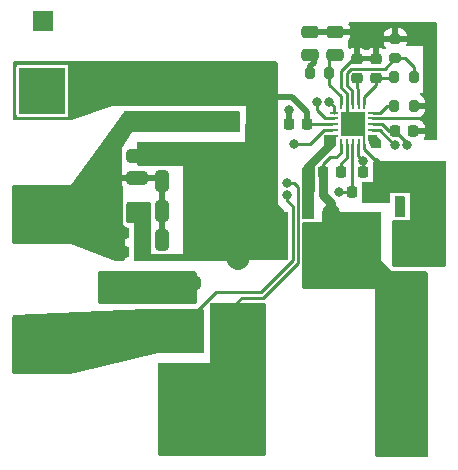
<source format=gtl>
G04 #@! TF.GenerationSoftware,KiCad,Pcbnew,(6.0.5)*
G04 #@! TF.CreationDate,2023-03-06T18:52:59-08:00*
G04 #@! TF.ProjectId,12V_Converter_LM5152x-Q1,3132565f-436f-46e7-9665-727465725f4c,rev?*
G04 #@! TF.SameCoordinates,Original*
G04 #@! TF.FileFunction,Copper,L1,Top*
G04 #@! TF.FilePolarity,Positive*
%FSLAX46Y46*%
G04 Gerber Fmt 4.6, Leading zero omitted, Abs format (unit mm)*
G04 Created by KiCad (PCBNEW (6.0.5)) date 2023-03-06 18:52:59*
%MOMM*%
%LPD*%
G01*
G04 APERTURE LIST*
G04 Aperture macros list*
%AMRoundRect*
0 Rectangle with rounded corners*
0 $1 Rounding radius*
0 $2 $3 $4 $5 $6 $7 $8 $9 X,Y pos of 4 corners*
0 Add a 4 corners polygon primitive as box body*
4,1,4,$2,$3,$4,$5,$6,$7,$8,$9,$2,$3,0*
0 Add four circle primitives for the rounded corners*
1,1,$1+$1,$2,$3*
1,1,$1+$1,$4,$5*
1,1,$1+$1,$6,$7*
1,1,$1+$1,$8,$9*
0 Add four rect primitives between the rounded corners*
20,1,$1+$1,$2,$3,$4,$5,0*
20,1,$1+$1,$4,$5,$6,$7,0*
20,1,$1+$1,$6,$7,$8,$9,0*
20,1,$1+$1,$8,$9,$2,$3,0*%
G04 Aperture macros list end*
G04 #@! TA.AperFunction,EtchedComponent*
%ADD10C,0.100000*%
G04 #@! TD*
G04 #@! TA.AperFunction,ComponentPad*
%ADD11R,1.700000X1.700000*%
G04 #@! TD*
G04 #@! TA.AperFunction,SMDPad,CuDef*
%ADD12RoundRect,0.250000X0.650000X-0.325000X0.650000X0.325000X-0.650000X0.325000X-0.650000X-0.325000X0*%
G04 #@! TD*
G04 #@! TA.AperFunction,SMDPad,CuDef*
%ADD13RoundRect,0.225000X-0.225000X-0.250000X0.225000X-0.250000X0.225000X0.250000X-0.225000X0.250000X0*%
G04 #@! TD*
G04 #@! TA.AperFunction,SMDPad,CuDef*
%ADD14RoundRect,0.225000X-0.250000X0.225000X-0.250000X-0.225000X0.250000X-0.225000X0.250000X0.225000X0*%
G04 #@! TD*
G04 #@! TA.AperFunction,SMDPad,CuDef*
%ADD15RoundRect,0.250000X-0.650000X0.325000X-0.650000X-0.325000X0.650000X-0.325000X0.650000X0.325000X0*%
G04 #@! TD*
G04 #@! TA.AperFunction,SMDPad,CuDef*
%ADD16RoundRect,0.200000X0.275000X-0.200000X0.275000X0.200000X-0.275000X0.200000X-0.275000X-0.200000X0*%
G04 #@! TD*
G04 #@! TA.AperFunction,SMDPad,CuDef*
%ADD17RoundRect,0.250000X-1.425000X0.362500X-1.425000X-0.362500X1.425000X-0.362500X1.425000X0.362500X0*%
G04 #@! TD*
G04 #@! TA.AperFunction,SMDPad,CuDef*
%ADD18R,4.000000X4.000000*%
G04 #@! TD*
G04 #@! TA.AperFunction,SMDPad,CuDef*
%ADD19R,0.700000X0.240000*%
G04 #@! TD*
G04 #@! TA.AperFunction,SMDPad,CuDef*
%ADD20R,0.240000X0.700000*%
G04 #@! TD*
G04 #@! TA.AperFunction,SMDPad,CuDef*
%ADD21R,0.700000X0.239283*%
G04 #@! TD*
G04 #@! TA.AperFunction,SMDPad,CuDef*
%ADD22R,2.050000X2.050000*%
G04 #@! TD*
G04 #@! TA.AperFunction,SMDPad,CuDef*
%ADD23RoundRect,0.225000X0.225000X0.250000X-0.225000X0.250000X-0.225000X-0.250000X0.225000X-0.250000X0*%
G04 #@! TD*
G04 #@! TA.AperFunction,SMDPad,CuDef*
%ADD24R,0.711200X0.508000*%
G04 #@! TD*
G04 #@! TA.AperFunction,SMDPad,CuDef*
%ADD25RoundRect,0.200000X0.200000X0.275000X-0.200000X0.275000X-0.200000X-0.275000X0.200000X-0.275000X0*%
G04 #@! TD*
G04 #@! TA.AperFunction,SMDPad,CuDef*
%ADD26RoundRect,0.250000X-0.475000X0.250000X-0.475000X-0.250000X0.475000X-0.250000X0.475000X0.250000X0*%
G04 #@! TD*
G04 #@! TA.AperFunction,SMDPad,CuDef*
%ADD27R,3.759200X12.293600*%
G04 #@! TD*
G04 #@! TA.AperFunction,SMDPad,CuDef*
%ADD28RoundRect,0.200000X-0.200000X-0.275000X0.200000X-0.275000X0.200000X0.275000X-0.200000X0.275000X0*%
G04 #@! TD*
G04 #@! TA.AperFunction,SMDPad,CuDef*
%ADD29RoundRect,0.250000X-0.325000X-0.650000X0.325000X-0.650000X0.325000X0.650000X-0.325000X0.650000X0*%
G04 #@! TD*
G04 #@! TA.AperFunction,ViaPad*
%ADD30C,0.800000*%
G04 #@! TD*
G04 #@! TA.AperFunction,ViaPad*
%ADD31C,0.600000*%
G04 #@! TD*
G04 #@! TA.AperFunction,Conductor*
%ADD32C,0.250000*%
G04 #@! TD*
G04 #@! TA.AperFunction,Conductor*
%ADD33C,0.500000*%
G04 #@! TD*
G04 #@! TA.AperFunction,Conductor*
%ADD34C,2.000000*%
G04 #@! TD*
G04 #@! TA.AperFunction,Conductor*
%ADD35C,0.200000*%
G04 #@! TD*
G04 #@! TA.AperFunction,Conductor*
%ADD36C,0.750000*%
G04 #@! TD*
G04 #@! TA.AperFunction,Conductor*
%ADD37C,1.500000*%
G04 #@! TD*
G04 APERTURE END LIST*
G36*
X91577998Y-106908600D02*
G01*
X95413398Y-106908600D01*
X95413398Y-110896400D01*
X91577998Y-110896400D01*
X91578001Y-111061500D01*
X90866801Y-111061500D01*
X90866801Y-110553500D01*
X91578001Y-110553500D01*
X91578001Y-109791500D01*
X90866801Y-109791500D01*
X90866801Y-109283500D01*
X91578001Y-109283500D01*
X91578001Y-108521500D01*
X90866801Y-108521500D01*
X90866801Y-108013500D01*
X91578001Y-108013500D01*
X91578001Y-107251500D01*
X90866801Y-107251500D01*
X90866801Y-106743500D01*
X91578001Y-106743500D01*
X91577998Y-106908600D01*
G37*
D10*
X91577998Y-106908600D02*
X95413398Y-106908600D01*
X95413398Y-110896400D01*
X91577998Y-110896400D01*
X91578001Y-111061500D01*
X90866801Y-111061500D01*
X90866801Y-110553500D01*
X91578001Y-110553500D01*
X91578001Y-109791500D01*
X90866801Y-109791500D01*
X90866801Y-109283500D01*
X91578001Y-109283500D01*
X91578001Y-108521500D01*
X90866801Y-108521500D01*
X90866801Y-108013500D01*
X91578001Y-108013500D01*
X91578001Y-107251500D01*
X90866801Y-107251500D01*
X90866801Y-106743500D01*
X91578001Y-106743500D01*
X91577998Y-106908600D01*
G36*
X99451998Y-106914950D02*
G01*
X103287398Y-106914950D01*
X103287398Y-110902750D01*
X99451998Y-110902750D01*
X99452001Y-111067850D01*
X98740801Y-111067850D01*
X98740801Y-110559850D01*
X99452001Y-110559850D01*
X99452001Y-109797850D01*
X98740801Y-109797850D01*
X98740801Y-109289850D01*
X99452001Y-109289850D01*
X99452001Y-108527850D01*
X98740801Y-108527850D01*
X98740801Y-108019850D01*
X99452001Y-108019850D01*
X99452001Y-107257850D01*
X98740801Y-107257850D01*
X98740801Y-106749850D01*
X99452001Y-106749850D01*
X99451998Y-106914950D01*
G37*
X99451998Y-106914950D02*
X103287398Y-106914950D01*
X103287398Y-110902750D01*
X99451998Y-110902750D01*
X99452001Y-111067850D01*
X98740801Y-111067850D01*
X98740801Y-110559850D01*
X99452001Y-110559850D01*
X99452001Y-109797850D01*
X98740801Y-109797850D01*
X98740801Y-109289850D01*
X99452001Y-109289850D01*
X99452001Y-108527850D01*
X98740801Y-108527850D01*
X98740801Y-108019850D01*
X99452001Y-108019850D01*
X99452001Y-107257850D01*
X98740801Y-107257850D01*
X98740801Y-106749850D01*
X99452001Y-106749850D01*
X99451998Y-106914950D01*
D11*
X74726800Y-90728800D03*
D12*
X84632800Y-115870250D03*
X84632800Y-112920250D03*
D13*
X95541800Y-99466400D03*
X97091800Y-99466400D03*
D14*
X102920800Y-93967000D03*
X102920800Y-95517000D03*
D15*
X87731600Y-99153450D03*
X87731600Y-102103450D03*
D16*
X104546400Y-93890600D03*
X104546400Y-92240600D03*
D13*
X81571800Y-110286800D03*
X83121800Y-110286800D03*
D15*
X85191600Y-99153450D03*
X85191600Y-102103450D03*
D17*
X86461600Y-117833550D03*
X86461600Y-123758550D03*
D18*
X74625200Y-118110000D03*
D19*
X99339600Y-98466399D03*
X99339600Y-98966401D03*
X99339600Y-99466400D03*
X99339600Y-99966402D03*
X99339600Y-100466401D03*
D20*
X99939599Y-101066400D03*
X100439601Y-101066400D03*
X100939600Y-101066400D03*
X101439602Y-101066400D03*
X101939601Y-101066400D03*
D21*
X102539600Y-100466400D03*
X102539600Y-99966400D03*
D19*
X102539600Y-99466400D03*
X102539600Y-98966400D03*
X102539600Y-98466399D03*
D20*
X101939600Y-97866400D03*
X101439600Y-97866400D03*
X100939600Y-97866400D03*
X100439600Y-97866400D03*
X99939599Y-97866400D03*
D22*
X100939600Y-99466400D03*
D23*
X99987400Y-103530400D03*
X98437400Y-103530400D03*
D24*
X97042399Y-110807500D03*
X97042399Y-109537500D03*
X97042399Y-108267500D03*
X97042399Y-106997500D03*
X91222401Y-106997500D03*
X91222401Y-108267500D03*
X91222401Y-109537500D03*
X91222401Y-110807500D03*
D18*
X74625200Y-107086400D03*
D25*
X106133400Y-97891600D03*
X104483400Y-97891600D03*
D24*
X104916399Y-110813850D03*
X104916399Y-109543850D03*
X104916399Y-108273850D03*
X104916399Y-107003850D03*
X99096401Y-107003850D03*
X99096401Y-108273850D03*
X99096401Y-109543850D03*
X99096401Y-110813850D03*
D26*
X99466400Y-91658400D03*
X99466400Y-93558400D03*
D18*
X74676000Y-96621600D03*
D27*
X91020900Y-120948450D03*
X105067100Y-120948450D03*
D15*
X82702400Y-103985800D03*
X82702400Y-106935800D03*
D13*
X101841000Y-103530400D03*
X103391000Y-103530400D03*
D28*
X97320600Y-95148400D03*
X98970600Y-95148400D03*
D15*
X90271600Y-99153450D03*
X90271600Y-102103450D03*
D28*
X104483400Y-95453200D03*
X106133400Y-95453200D03*
D13*
X81571800Y-108661200D03*
X83121800Y-108661200D03*
D29*
X84834200Y-106781600D03*
X87784200Y-106781600D03*
X84834200Y-104286050D03*
X87784200Y-104286050D03*
D15*
X82702400Y-99159800D03*
X82702400Y-102109800D03*
D29*
X87784200Y-109220000D03*
X84834200Y-109220000D03*
D12*
X87172800Y-115870250D03*
X87172800Y-112920250D03*
D13*
X104533400Y-100025200D03*
X106083400Y-100025200D03*
D14*
X101295200Y-93967000D03*
X101295200Y-95517000D03*
D26*
X97332800Y-91658400D03*
X97332800Y-93558400D03*
D13*
X100926600Y-105206800D03*
X102476600Y-105206800D03*
D30*
X105562400Y-101193600D03*
X104495600Y-101193600D03*
X101803200Y-102565200D03*
X96012000Y-101142800D03*
X95402400Y-104444800D03*
X95402400Y-105444303D03*
X97891600Y-97536000D03*
X98958400Y-97536000D03*
X95554800Y-98247200D03*
X108204000Y-109169200D03*
X108204000Y-110947200D03*
X106680000Y-108254800D03*
X107696000Y-108204000D03*
X107188000Y-109169200D03*
X106680000Y-110032800D03*
X106172000Y-110947200D03*
X107696000Y-110032800D03*
X106172000Y-109169200D03*
X107188000Y-110896400D03*
X80314800Y-109067600D03*
X80314800Y-107289600D03*
X78790800Y-106375200D03*
X79806800Y-106324400D03*
X79298800Y-107289600D03*
X78790800Y-108153200D03*
X78282800Y-109067600D03*
X79806800Y-108153200D03*
X78282800Y-107289600D03*
X79298800Y-109016800D03*
X99822000Y-105206800D03*
D31*
X100279200Y-99466400D03*
D30*
X81432400Y-113233200D03*
X81940400Y-112369600D03*
D31*
X100939600Y-100126800D03*
D30*
X79908400Y-114147600D03*
X82448400Y-113233200D03*
X82956400Y-114096800D03*
D31*
X101600000Y-99466400D03*
D30*
X80924400Y-114096800D03*
X82956400Y-112369600D03*
X80924400Y-112369600D03*
X81940400Y-114096800D03*
X87172800Y-114096800D03*
X84023200Y-114096800D03*
X80416400Y-113233200D03*
X86156800Y-114096800D03*
X85090000Y-114096800D03*
X79908400Y-112369600D03*
D31*
X100939600Y-98806000D03*
D30*
X104952800Y-106019600D03*
X102870000Y-101041200D03*
D32*
X105562400Y-101193600D02*
X105562400Y-101054200D01*
X105562400Y-101054200D02*
X104533400Y-100025200D01*
X103222462Y-99966400D02*
X102539600Y-99966400D01*
X104449662Y-101193600D02*
X103222462Y-99966400D01*
X104495600Y-101193600D02*
X104449662Y-101193600D01*
X101924102Y-101517702D02*
X102768400Y-102362000D01*
X102768400Y-102362000D02*
X102920800Y-102362000D01*
X101924102Y-101166950D02*
X101924102Y-101517702D01*
X102920800Y-102362000D02*
X103391000Y-102832200D01*
X103391000Y-102832200D02*
X103391000Y-103530400D01*
X97332800Y-101142800D02*
X96012000Y-101142800D01*
X98509198Y-99966402D02*
X97332800Y-101142800D01*
X99223551Y-99966402D02*
X98509198Y-99966402D01*
X96316800Y-104749600D02*
X96012000Y-104444800D01*
X96012000Y-104444800D02*
X95402400Y-104444800D01*
X91541600Y-114147600D02*
X93345717Y-114147600D01*
X93345717Y-114147600D02*
X96316800Y-111176517D01*
X91020900Y-114668300D02*
X91541600Y-114147600D01*
X91020900Y-120948450D02*
X91020900Y-114668300D01*
X96316800Y-111176517D02*
X96316800Y-104749600D01*
X89357200Y-113639600D02*
X87172800Y-115824000D01*
X95867280Y-110990320D02*
X93218000Y-113639600D01*
X93218000Y-113639600D02*
X89357200Y-113639600D01*
X87172800Y-115824000D02*
X87172800Y-115870250D01*
X95867280Y-106408998D02*
X95867280Y-110990320D01*
X95402400Y-105444303D02*
X95402400Y-105944118D01*
X95402400Y-105944118D02*
X95867280Y-106408998D01*
X98610801Y-98966401D02*
X97891600Y-98247200D01*
X97891600Y-98247200D02*
X97891600Y-97536000D01*
X99339600Y-98966401D02*
X98610801Y-98966401D01*
X99339600Y-97917200D02*
X98958400Y-97536000D01*
X99339600Y-98466399D02*
X99339600Y-97917200D01*
D33*
X95808800Y-97129600D02*
X94335600Y-97129600D01*
X97091800Y-98412600D02*
X95808800Y-97129600D01*
X97091800Y-99466400D02*
X97091800Y-98412600D01*
D32*
X95554800Y-98247200D02*
X95541800Y-98260200D01*
D33*
X95541800Y-98260200D02*
X95541800Y-99466400D01*
D34*
X94284800Y-108356400D02*
X93103700Y-109537500D01*
X93103700Y-109537500D02*
X91222401Y-109537500D01*
X94284800Y-107340400D02*
X94284800Y-108356400D01*
X93941900Y-106997500D02*
X94284800Y-107340400D01*
X91222401Y-106997500D02*
X93941900Y-106997500D01*
D32*
X100924101Y-101166950D02*
X100924101Y-105204301D01*
X100924101Y-105204301D02*
X100926600Y-105206800D01*
X103428800Y-99466400D02*
X103987600Y-100025200D01*
X99822000Y-105206800D02*
X100926600Y-105206800D01*
X102624651Y-99466400D02*
X103428800Y-99466400D01*
X103987600Y-100025200D02*
X104533400Y-100025200D01*
X99982080Y-94942264D02*
X100957344Y-93967000D01*
X100957344Y-93967000D02*
X101295200Y-93967000D01*
X84533950Y-103985800D02*
X84834200Y-104286050D01*
D33*
X82649800Y-103985800D02*
X82648000Y-103987600D01*
D32*
X102539600Y-98966400D02*
X107281600Y-98966400D01*
X99982080Y-96350597D02*
X99982080Y-94942264D01*
X100424102Y-98966401D02*
X100924101Y-99466400D01*
D33*
X82702400Y-103985800D02*
X84533950Y-103985800D01*
X84834200Y-109220000D02*
X84834200Y-104286050D01*
X82702400Y-103985800D02*
X82649800Y-103985800D01*
D32*
X107281600Y-98966400D02*
X107289600Y-98958400D01*
D33*
X82648000Y-103987600D02*
X80772000Y-103987600D01*
D35*
X101884113Y-101010912D02*
X101884113Y-100410913D01*
D32*
X100439600Y-96808118D02*
X99982080Y-96350597D01*
X100439600Y-97866400D02*
X100439600Y-96808118D01*
X100424102Y-97765850D02*
X100424102Y-98966401D01*
D35*
X101939601Y-101066400D02*
X101884113Y-101010912D01*
X101884113Y-100410913D02*
X100939600Y-99466400D01*
D33*
X80772000Y-101090200D02*
X82702400Y-99159800D01*
X80772000Y-103987600D02*
X80772000Y-101090200D01*
X97320600Y-95148400D02*
X97320600Y-94551000D01*
X97637600Y-94234000D02*
X97637600Y-93507600D01*
X97320600Y-94551000D02*
X97637600Y-94234000D01*
D34*
X91222401Y-106997500D02*
X91222401Y-110807500D01*
D32*
X99223551Y-99466400D02*
X97091800Y-99466400D01*
D36*
X98437400Y-103530400D02*
X98437400Y-105447800D01*
D37*
X99096401Y-110932801D02*
X99669600Y-111506000D01*
D32*
X99009200Y-102260400D02*
X98437400Y-102832200D01*
D37*
X102819200Y-111506000D02*
X105067100Y-113753900D01*
X99669600Y-111506000D02*
X102819200Y-111506000D01*
D32*
X99924100Y-101166950D02*
X99924100Y-101853500D01*
D37*
X105067100Y-113753900D02*
X105067100Y-120948450D01*
D36*
X99096401Y-106106801D02*
X99096401Y-107003850D01*
D37*
X99096401Y-110813850D02*
X99096401Y-110932801D01*
X99096401Y-107003850D02*
X99096401Y-110813850D01*
D32*
X98437400Y-102832200D02*
X98437400Y-103530400D01*
X99517200Y-102260400D02*
X99009200Y-102260400D01*
D36*
X98437400Y-105447800D02*
X99096401Y-106106801D01*
D32*
X99924100Y-101853500D02*
X99517200Y-102260400D01*
X98970600Y-95148400D02*
X98970600Y-94054200D01*
X99924100Y-97079300D02*
X98958400Y-96113600D01*
X98970600Y-94054200D02*
X99466400Y-93558400D01*
X99924100Y-97765850D02*
X99924100Y-97079300D01*
X98958400Y-96113600D02*
X98958400Y-95160600D01*
X98958400Y-95160600D02*
X98970600Y-95148400D01*
X101424103Y-101166950D02*
X101424103Y-102186103D01*
X101841000Y-102603000D02*
X101841000Y-103530400D01*
X101424103Y-102186103D02*
X101841000Y-102603000D01*
X102920800Y-95517000D02*
X104419600Y-95517000D01*
X101924102Y-97161098D02*
X102920800Y-96164400D01*
X102920800Y-96164400D02*
X102920800Y-95517000D01*
X101924102Y-97765850D02*
X101924102Y-97161098D01*
X104419600Y-95517000D02*
X104483400Y-95453200D01*
X104558600Y-93878400D02*
X104546400Y-93890600D01*
X105410000Y-93878400D02*
X104558600Y-93878400D01*
X100431600Y-96164400D02*
X100431600Y-95128462D01*
X100818542Y-94741520D02*
X103695480Y-94741520D01*
X103695480Y-94741520D02*
X104546400Y-93890600D01*
X100431600Y-95128462D02*
X100818542Y-94741520D01*
X100924101Y-97765850D02*
X100924101Y-96656901D01*
X106133400Y-95453200D02*
X106133400Y-94601800D01*
X100924101Y-96656901D02*
X100431600Y-96164400D01*
X106133400Y-94601800D02*
X105410000Y-93878400D01*
X100424102Y-102318698D02*
X99987400Y-102755400D01*
X99987400Y-102755400D02*
X99987400Y-103530400D01*
X100424102Y-101166950D02*
X100424102Y-102318698D01*
X101295200Y-96367600D02*
X101295200Y-95517000D01*
X101424103Y-96496503D02*
X101295200Y-96367600D01*
X101424103Y-97765850D02*
X101424103Y-96496503D01*
X103835200Y-97891600D02*
X104483400Y-97891600D01*
X102624651Y-98466399D02*
X103260401Y-98466399D01*
X103260401Y-98466399D02*
X103835200Y-97891600D01*
G04 #@! TA.AperFunction,Conductor*
G36*
X105352121Y-105582402D02*
G01*
X105398614Y-105636058D01*
X105410000Y-105688400D01*
X105410000Y-107214400D01*
X105389998Y-107282521D01*
X105336342Y-107329014D01*
X105284000Y-107340400D01*
X104621600Y-107340400D01*
X104553479Y-107320398D01*
X104506986Y-107266742D01*
X104495600Y-107214400D01*
X104495600Y-105688400D01*
X104515602Y-105620279D01*
X104569258Y-105573786D01*
X104621600Y-105562400D01*
X105284000Y-105562400D01*
X105352121Y-105582402D01*
G37*
G04 #@! TD.AperFunction*
G04 #@! TA.AperFunction,Conductor*
G36*
X108806521Y-102585202D02*
G01*
X108853014Y-102638858D01*
X108864400Y-102691200D01*
X108864400Y-111380000D01*
X108844398Y-111448121D01*
X108790742Y-111494614D01*
X108738400Y-111506000D01*
X104418400Y-111506000D01*
X104350279Y-111485998D01*
X104303786Y-111432342D01*
X104292400Y-111380000D01*
X104292400Y-107720400D01*
X104312402Y-107652279D01*
X104366058Y-107605786D01*
X104418400Y-107594400D01*
X105816400Y-107594400D01*
X105816400Y-105308400D01*
X104089200Y-105308400D01*
X104089200Y-105995200D01*
X104069198Y-106063321D01*
X104015542Y-106109814D01*
X103963200Y-106121200D01*
X101827600Y-106121200D01*
X101759479Y-106101198D01*
X101712986Y-106047542D01*
X101701600Y-105995200D01*
X101701600Y-104469200D01*
X101721602Y-104401079D01*
X101775258Y-104354586D01*
X101827600Y-104343200D01*
X102666800Y-104343200D01*
X102666800Y-102691200D01*
X102686802Y-102623079D01*
X102740458Y-102576586D01*
X102792800Y-102565200D01*
X108738400Y-102565200D01*
X108806521Y-102585202D01*
G37*
G04 #@! TD.AperFunction*
G04 #@! TA.AperFunction,Conductor*
G36*
X91331321Y-98368802D02*
G01*
X91377814Y-98422458D01*
X91389200Y-98474800D01*
X91389200Y-100000800D01*
X91369198Y-100068921D01*
X91315542Y-100115414D01*
X91263200Y-100126800D01*
X82296000Y-100126800D01*
X81432400Y-101447600D01*
X81483200Y-107899200D01*
X81598695Y-108014695D01*
X81632721Y-108077007D01*
X81635600Y-108103790D01*
X81635600Y-110922800D01*
X81615598Y-110990921D01*
X81561942Y-111037414D01*
X81509600Y-111048800D01*
X80897407Y-111048800D01*
X80851433Y-111040113D01*
X77125386Y-109579905D01*
X77125384Y-109579905D01*
X77114400Y-109575600D01*
X72262000Y-109575600D01*
X72193879Y-109555598D01*
X72147386Y-109501942D01*
X72136000Y-109449600D01*
X72136000Y-104723200D01*
X72156002Y-104655079D01*
X72209658Y-104608586D01*
X72262000Y-104597200D01*
X77114400Y-104597200D01*
X79354449Y-101466223D01*
X81547107Y-98401485D01*
X81603011Y-98357722D01*
X81649581Y-98348800D01*
X91263200Y-98348800D01*
X91331321Y-98368802D01*
G37*
G04 #@! TD.AperFunction*
G04 #@! TA.AperFunction,Conductor*
G36*
X88283321Y-115132802D02*
G01*
X88329814Y-115186458D01*
X88341200Y-115238800D01*
X88341200Y-118695200D01*
X88321198Y-118763321D01*
X88267542Y-118809814D01*
X88215200Y-118821200D01*
X84429600Y-118821200D01*
X77803726Y-120398789D01*
X76976389Y-120595774D01*
X76947205Y-120599200D01*
X72262000Y-120599200D01*
X72193879Y-120579198D01*
X72147386Y-120525542D01*
X72136000Y-120473200D01*
X72136000Y-115741277D01*
X72156002Y-115673156D01*
X72209658Y-115626663D01*
X72256355Y-115615403D01*
X83461590Y-115112926D01*
X83467235Y-115112800D01*
X88215200Y-115112800D01*
X88283321Y-115132802D01*
G37*
G04 #@! TD.AperFunction*
G04 #@! TA.AperFunction,Conductor*
G36*
X99510121Y-100350002D02*
G01*
X99556614Y-100403658D01*
X99568000Y-100456000D01*
X99568000Y-101191167D01*
X99547998Y-101259288D01*
X99529833Y-101281507D01*
X97739200Y-103022400D01*
X97739080Y-103032996D01*
X97689816Y-107368232D01*
X97669041Y-107436121D01*
X97614861Y-107482001D01*
X97563824Y-107492800D01*
X96798400Y-107492800D01*
X96730279Y-107472798D01*
X96683786Y-107419142D01*
X96672400Y-107366800D01*
X96672400Y-103272943D01*
X96692402Y-103204822D01*
X96703575Y-103189971D01*
X96840929Y-103032996D01*
X97736449Y-102009544D01*
X97742179Y-102003421D01*
X98501200Y-101244400D01*
X98501200Y-100486916D01*
X98521202Y-100418795D01*
X98538105Y-100397821D01*
X98569021Y-100366905D01*
X98631333Y-100332879D01*
X98658116Y-100330000D01*
X99442000Y-100330000D01*
X99510121Y-100350002D01*
G37*
G04 #@! TD.AperFunction*
G04 #@! TA.AperFunction,Conductor*
G36*
X93515721Y-114574002D02*
G01*
X93562214Y-114627658D01*
X93573600Y-114680000D01*
X93573600Y-127382000D01*
X93553598Y-127450121D01*
X93499942Y-127496614D01*
X93447600Y-127508000D01*
X84606400Y-127508000D01*
X84538279Y-127487998D01*
X84491786Y-127434342D01*
X84480400Y-127382000D01*
X84480400Y-119760000D01*
X84500402Y-119691879D01*
X84554058Y-119645386D01*
X84606400Y-119634000D01*
X88849200Y-119634000D01*
X88849200Y-114680000D01*
X88869202Y-114611879D01*
X88922858Y-114565386D01*
X88975200Y-114554000D01*
X93447600Y-114554000D01*
X93515721Y-114574002D01*
G37*
G04 #@! TD.AperFunction*
G04 #@! TA.AperFunction,Conductor*
G36*
X98459620Y-107766802D02*
G01*
X98506113Y-107820458D01*
X98516217Y-107890732D01*
X98509540Y-107915069D01*
X98504835Y-107922110D01*
X98502415Y-107934277D01*
X98502414Y-107934279D01*
X98489321Y-108000102D01*
X98485393Y-108019850D01*
X98487814Y-108032021D01*
X98487814Y-108032022D01*
X98487880Y-108032354D01*
X98490301Y-108056935D01*
X98490301Y-108490765D01*
X98487880Y-108515346D01*
X98485393Y-108527850D01*
X98490301Y-108552524D01*
X98504835Y-108625590D01*
X98560200Y-108708451D01*
X98643061Y-108763816D01*
X98740801Y-108783258D01*
X98752972Y-108780837D01*
X98752973Y-108780837D01*
X98753305Y-108780771D01*
X98777886Y-108778350D01*
X98948107Y-108778350D01*
X99016228Y-108798352D01*
X99062721Y-108852008D01*
X99074098Y-108902809D01*
X99074207Y-108911812D01*
X99055040Y-108980170D01*
X99001956Y-109027315D01*
X98948217Y-109039350D01*
X98777886Y-109039350D01*
X98753305Y-109036929D01*
X98752973Y-109036863D01*
X98752972Y-109036863D01*
X98740801Y-109034442D01*
X98716127Y-109039350D01*
X98643061Y-109053884D01*
X98560200Y-109109249D01*
X98504835Y-109192110D01*
X98485393Y-109289850D01*
X98487814Y-109302021D01*
X98487814Y-109302022D01*
X98487880Y-109302354D01*
X98490301Y-109326935D01*
X98490301Y-109760765D01*
X98487880Y-109785346D01*
X98485393Y-109797850D01*
X98490301Y-109822524D01*
X98504835Y-109895590D01*
X98560200Y-109978451D01*
X98643061Y-110033816D01*
X98740801Y-110053258D01*
X98752972Y-110050837D01*
X98752973Y-110050837D01*
X98753305Y-110050771D01*
X98777886Y-110048350D01*
X98963595Y-110048350D01*
X99031716Y-110068352D01*
X99078209Y-110122008D01*
X99089585Y-110172808D01*
X99089695Y-110181813D01*
X99070528Y-110250170D01*
X99017444Y-110297315D01*
X98963705Y-110309350D01*
X98777886Y-110309350D01*
X98753305Y-110306929D01*
X98752973Y-110306863D01*
X98752972Y-110306863D01*
X98740801Y-110304442D01*
X98716127Y-110309350D01*
X98643061Y-110323884D01*
X98560200Y-110379249D01*
X98553308Y-110389564D01*
X98531192Y-110422664D01*
X98504835Y-110462110D01*
X98494654Y-110513295D01*
X98485393Y-110559850D01*
X98487814Y-110572021D01*
X98487814Y-110572022D01*
X98487880Y-110572354D01*
X98490301Y-110596935D01*
X98490301Y-111030765D01*
X98487880Y-111055346D01*
X98485393Y-111067850D01*
X98504835Y-111165590D01*
X98560200Y-111248451D01*
X98643061Y-111303816D01*
X98705324Y-111316201D01*
X98740801Y-111323258D01*
X98752972Y-111320837D01*
X98752973Y-111320837D01*
X98753305Y-111320771D01*
X98777886Y-111318350D01*
X98979082Y-111318350D01*
X99047203Y-111338352D01*
X99093696Y-111392008D01*
X99105073Y-111442813D01*
X99110800Y-111912400D01*
X107163600Y-111912400D01*
X107231721Y-111932402D01*
X107278214Y-111986058D01*
X107289600Y-112038400D01*
X107289600Y-127534400D01*
X107269598Y-127602521D01*
X107215942Y-127649014D01*
X107163600Y-127660400D01*
X102996000Y-127660400D01*
X102927879Y-127640398D01*
X102881386Y-127586742D01*
X102870000Y-127534400D01*
X102870000Y-113385600D01*
X96798400Y-113385600D01*
X96730279Y-113365598D01*
X96683786Y-113311942D01*
X96672400Y-113259600D01*
X96672400Y-107872800D01*
X96692402Y-107804679D01*
X96746058Y-107758186D01*
X96798400Y-107746800D01*
X98391499Y-107746800D01*
X98459620Y-107766802D01*
G37*
G04 #@! TD.AperFunction*
G04 #@! TA.AperFunction,Conductor*
G36*
X108044521Y-90850402D02*
G01*
X108091014Y-90904058D01*
X108102400Y-90956400D01*
X108102400Y-100661200D01*
X108082398Y-100729321D01*
X108028742Y-100775814D01*
X107976400Y-100787200D01*
X107079577Y-100787200D01*
X107011456Y-100767198D01*
X106964963Y-100713542D01*
X106954859Y-100643268D01*
X106970518Y-100600050D01*
X106970311Y-100599954D01*
X106971395Y-100597629D01*
X106972318Y-100595082D01*
X106973406Y-100593318D01*
X106979551Y-100580139D01*
X107028891Y-100431386D01*
X107031758Y-100418010D01*
X107041072Y-100327103D01*
X107041400Y-100320686D01*
X107041400Y-100297315D01*
X107036925Y-100282076D01*
X107035535Y-100280871D01*
X107027852Y-100279200D01*
X105955400Y-100279200D01*
X105887279Y-100259198D01*
X105840786Y-100205542D01*
X105829400Y-100153200D01*
X105829400Y-99897200D01*
X105849402Y-99829079D01*
X105903058Y-99782586D01*
X105955400Y-99771200D01*
X107023285Y-99771200D01*
X107038524Y-99766725D01*
X107039729Y-99765335D01*
X107041400Y-99757652D01*
X107041400Y-99729762D01*
X107041063Y-99723247D01*
X107031506Y-99631143D01*
X107028612Y-99617744D01*
X106979019Y-99469093D01*
X106972845Y-99455914D01*
X106890612Y-99323027D01*
X106881576Y-99311626D01*
X106770971Y-99201214D01*
X106759560Y-99192202D01*
X106626520Y-99110196D01*
X106613339Y-99104049D01*
X106545152Y-99081432D01*
X106486792Y-99041001D01*
X106459556Y-98975436D01*
X106472090Y-98905555D01*
X106520415Y-98853543D01*
X106547141Y-98841605D01*
X106619643Y-98818885D01*
X106633388Y-98812679D01*
X106766974Y-98731776D01*
X106778843Y-98722469D01*
X106889269Y-98612043D01*
X106898576Y-98600174D01*
X106979479Y-98466588D01*
X106985685Y-98452843D01*
X107032656Y-98302956D01*
X107035269Y-98289906D01*
X107041134Y-98226079D01*
X107041400Y-98220291D01*
X107041400Y-98163715D01*
X107036925Y-98148476D01*
X107035535Y-98147271D01*
X107027852Y-98145600D01*
X106005400Y-98145600D01*
X105937279Y-98125598D01*
X105890786Y-98071942D01*
X105879400Y-98019600D01*
X105879400Y-97763600D01*
X105899402Y-97695479D01*
X105953058Y-97648986D01*
X106005400Y-97637600D01*
X107023284Y-97637600D01*
X107038523Y-97633125D01*
X107039728Y-97631735D01*
X107041399Y-97624052D01*
X107041399Y-97562895D01*
X107041136Y-97557146D01*
X107035268Y-97493285D01*
X107032657Y-97480249D01*
X106985685Y-97330357D01*
X106979479Y-97316612D01*
X106898576Y-97183026D01*
X106889269Y-97171157D01*
X106778843Y-97060731D01*
X106766974Y-97051424D01*
X106694903Y-97007776D01*
X106646997Y-96955378D01*
X106635024Y-96885399D01*
X106662785Y-96820055D01*
X106721467Y-96780093D01*
X106760175Y-96774000D01*
X106934000Y-96774000D01*
X106934000Y-92862400D01*
X105602731Y-92862400D01*
X105534610Y-92842398D01*
X105488117Y-92788742D01*
X105478013Y-92718468D01*
X105482497Y-92698721D01*
X105520656Y-92576956D01*
X105523269Y-92563906D01*
X105528313Y-92509014D01*
X105524925Y-92497476D01*
X105523535Y-92496271D01*
X105515852Y-92494600D01*
X103581516Y-92494600D01*
X103566277Y-92499075D01*
X103565072Y-92500465D01*
X103564109Y-92504894D01*
X103569532Y-92563915D01*
X103572143Y-92576951D01*
X103619115Y-92726843D01*
X103625321Y-92740588D01*
X103706225Y-92874176D01*
X103706749Y-92874844D01*
X103706979Y-92875421D01*
X103710158Y-92880670D01*
X103709283Y-92881200D01*
X103733046Y-92940791D01*
X103733600Y-92952596D01*
X103733600Y-93002136D01*
X103713598Y-93070257D01*
X103659942Y-93116750D01*
X103589668Y-93126854D01*
X103541485Y-93109396D01*
X103488925Y-93076998D01*
X103475739Y-93070849D01*
X103326986Y-93021509D01*
X103313610Y-93018642D01*
X103222703Y-93009328D01*
X103216286Y-93009000D01*
X103192915Y-93009000D01*
X103177676Y-93013475D01*
X103176471Y-93014865D01*
X103174800Y-93022548D01*
X103174800Y-94081600D01*
X101041200Y-94081600D01*
X101041200Y-93694885D01*
X101549200Y-93694885D01*
X101553675Y-93710124D01*
X101555065Y-93711329D01*
X101562748Y-93713000D01*
X102648685Y-93713000D01*
X102663924Y-93708525D01*
X102665129Y-93707135D01*
X102666800Y-93699452D01*
X102666800Y-93027115D01*
X102662325Y-93011876D01*
X102660935Y-93010671D01*
X102653252Y-93009000D01*
X102625362Y-93009000D01*
X102618847Y-93009337D01*
X102526743Y-93018894D01*
X102513344Y-93021788D01*
X102364693Y-93071381D01*
X102351514Y-93077555D01*
X102218625Y-93159789D01*
X102207231Y-93168821D01*
X102197097Y-93178972D01*
X102134815Y-93213052D01*
X102063995Y-93208049D01*
X102018907Y-93179130D01*
X102007772Y-93168015D01*
X101996360Y-93159002D01*
X101863320Y-93076996D01*
X101850139Y-93070849D01*
X101701386Y-93021509D01*
X101688010Y-93018642D01*
X101597103Y-93009328D01*
X101590686Y-93009000D01*
X101567315Y-93009000D01*
X101552076Y-93013475D01*
X101550871Y-93014865D01*
X101549200Y-93022548D01*
X101549200Y-93694885D01*
X101041200Y-93694885D01*
X101041200Y-93027115D01*
X101036725Y-93011876D01*
X101035335Y-93010671D01*
X101027652Y-93009000D01*
X100999762Y-93009000D01*
X100993247Y-93009337D01*
X100901143Y-93018894D01*
X100887744Y-93021788D01*
X100749876Y-93067784D01*
X100678926Y-93070368D01*
X100617843Y-93034184D01*
X100586018Y-92970720D01*
X100584000Y-92948260D01*
X100584000Y-92557600D01*
X100576206Y-92557600D01*
X100562616Y-92545824D01*
X100524232Y-92486097D01*
X100524232Y-92415101D01*
X100541330Y-92382020D01*
X100540310Y-92381391D01*
X100629216Y-92237157D01*
X100635363Y-92223976D01*
X100686538Y-92069690D01*
X100689405Y-92056314D01*
X100698024Y-91972186D01*
X103564487Y-91972186D01*
X103567875Y-91983724D01*
X103569265Y-91984929D01*
X103576948Y-91986600D01*
X104274285Y-91986600D01*
X104289524Y-91982125D01*
X104290729Y-91980735D01*
X104292400Y-91973052D01*
X104292400Y-91968485D01*
X104800400Y-91968485D01*
X104804875Y-91983724D01*
X104806265Y-91984929D01*
X104813948Y-91986600D01*
X105511284Y-91986600D01*
X105526523Y-91982125D01*
X105527728Y-91980735D01*
X105528691Y-91976306D01*
X105523268Y-91917285D01*
X105520657Y-91904249D01*
X105473685Y-91754357D01*
X105467479Y-91740612D01*
X105386576Y-91607026D01*
X105377269Y-91595157D01*
X105266843Y-91484731D01*
X105254974Y-91475424D01*
X105121388Y-91394521D01*
X105107643Y-91388315D01*
X104957756Y-91341344D01*
X104944706Y-91338731D01*
X104880879Y-91332866D01*
X104875091Y-91332600D01*
X104818515Y-91332600D01*
X104803276Y-91337075D01*
X104802071Y-91338465D01*
X104800400Y-91346148D01*
X104800400Y-91968485D01*
X104292400Y-91968485D01*
X104292400Y-91350716D01*
X104287925Y-91335477D01*
X104286535Y-91334272D01*
X104278852Y-91332601D01*
X104217695Y-91332601D01*
X104211946Y-91332864D01*
X104148085Y-91338732D01*
X104135049Y-91341343D01*
X103985157Y-91388315D01*
X103971412Y-91394521D01*
X103837826Y-91475424D01*
X103825957Y-91484731D01*
X103715531Y-91595157D01*
X103706224Y-91607026D01*
X103625321Y-91740612D01*
X103619115Y-91754357D01*
X103572144Y-91904244D01*
X103569531Y-91917294D01*
X103564487Y-91972186D01*
X100698024Y-91972186D01*
X100699072Y-91961962D01*
X100699400Y-91955546D01*
X100699400Y-91930515D01*
X100694925Y-91915276D01*
X100693535Y-91914071D01*
X100685852Y-91912400D01*
X97204800Y-91912400D01*
X97136679Y-91892398D01*
X97090186Y-91838742D01*
X97078800Y-91786400D01*
X97078800Y-91530400D01*
X97098802Y-91462279D01*
X97152458Y-91415786D01*
X97204800Y-91404400D01*
X100681284Y-91404400D01*
X100696523Y-91399925D01*
X100697728Y-91398535D01*
X100699399Y-91390852D01*
X100699399Y-91361305D01*
X100699062Y-91354786D01*
X100689143Y-91259194D01*
X100686251Y-91245800D01*
X100634812Y-91091616D01*
X100628638Y-91078437D01*
X100594149Y-91022703D01*
X100575311Y-90954251D01*
X100596472Y-90886481D01*
X100650913Y-90840910D01*
X100701293Y-90830400D01*
X107976400Y-90830400D01*
X108044521Y-90850402D01*
G37*
G04 #@! TD.AperFunction*
G04 #@! TA.AperFunction,Conductor*
G36*
X91541600Y-106492933D02*
G01*
X91540923Y-106493000D01*
X90903886Y-106493000D01*
X90879305Y-106490579D01*
X90878973Y-106490513D01*
X90878972Y-106490513D01*
X90866801Y-106488092D01*
X90842127Y-106493000D01*
X90769061Y-106507534D01*
X90686200Y-106562899D01*
X90630835Y-106645760D01*
X90611393Y-106743500D01*
X90613814Y-106755671D01*
X90613814Y-106755672D01*
X90613880Y-106756004D01*
X90616301Y-106780585D01*
X90616301Y-107214415D01*
X90613880Y-107238996D01*
X90611393Y-107251500D01*
X90616301Y-107276174D01*
X90630835Y-107349240D01*
X90686200Y-107432101D01*
X90769061Y-107487466D01*
X90866801Y-107506908D01*
X90878972Y-107504487D01*
X90878973Y-107504487D01*
X90879305Y-107504421D01*
X90903886Y-107502000D01*
X91201501Y-107502000D01*
X91269622Y-107522002D01*
X91316115Y-107575658D01*
X91327501Y-107628000D01*
X91327501Y-107637000D01*
X91307499Y-107705121D01*
X91253843Y-107751614D01*
X91201501Y-107763000D01*
X90903886Y-107763000D01*
X90879305Y-107760579D01*
X90878973Y-107760513D01*
X90878972Y-107760513D01*
X90866801Y-107758092D01*
X90842127Y-107763000D01*
X90769061Y-107777534D01*
X90686200Y-107832899D01*
X90630835Y-107915760D01*
X90611393Y-108013500D01*
X90613814Y-108025671D01*
X90613814Y-108025672D01*
X90613880Y-108026004D01*
X90616301Y-108050585D01*
X90616301Y-108484415D01*
X90613880Y-108508996D01*
X90611393Y-108521500D01*
X90616301Y-108546174D01*
X90630835Y-108619240D01*
X90686200Y-108702101D01*
X90769061Y-108757466D01*
X90866801Y-108776908D01*
X90878972Y-108774487D01*
X90878973Y-108774487D01*
X90879305Y-108774421D01*
X90903886Y-108772000D01*
X91201501Y-108772000D01*
X91269622Y-108792002D01*
X91316115Y-108845658D01*
X91327501Y-108898000D01*
X91327501Y-108907000D01*
X91307499Y-108975121D01*
X91253843Y-109021614D01*
X91201501Y-109033000D01*
X90903886Y-109033000D01*
X90879305Y-109030579D01*
X90878973Y-109030513D01*
X90878972Y-109030513D01*
X90866801Y-109028092D01*
X90842127Y-109033000D01*
X90769061Y-109047534D01*
X90686200Y-109102899D01*
X90630835Y-109185760D01*
X90611393Y-109283500D01*
X90613814Y-109295671D01*
X90613814Y-109295672D01*
X90613880Y-109296004D01*
X90616301Y-109320585D01*
X90616301Y-109754415D01*
X90613880Y-109778996D01*
X90611393Y-109791500D01*
X90616301Y-109816174D01*
X90630835Y-109889240D01*
X90686200Y-109972101D01*
X90769061Y-110027466D01*
X90866801Y-110046908D01*
X90878972Y-110044487D01*
X90878973Y-110044487D01*
X90879305Y-110044421D01*
X90903886Y-110042000D01*
X91201501Y-110042000D01*
X91269622Y-110062002D01*
X91316115Y-110115658D01*
X91327501Y-110168000D01*
X91327501Y-110177000D01*
X91307499Y-110245121D01*
X91253843Y-110291614D01*
X91201501Y-110303000D01*
X90903886Y-110303000D01*
X90879305Y-110300579D01*
X90878973Y-110300513D01*
X90878972Y-110300513D01*
X90866801Y-110298092D01*
X90842127Y-110303000D01*
X90769061Y-110317534D01*
X90686200Y-110372899D01*
X90630835Y-110455760D01*
X90611393Y-110553500D01*
X90613814Y-110565671D01*
X90613814Y-110565672D01*
X90613880Y-110566004D01*
X90616301Y-110590585D01*
X90616301Y-110872000D01*
X90596299Y-110940121D01*
X90542643Y-110986614D01*
X90490301Y-110998000D01*
X82523600Y-110998000D01*
X82455479Y-110977998D01*
X82408986Y-110924342D01*
X82397600Y-110872000D01*
X82397600Y-107797600D01*
X81914000Y-107797600D01*
X81845879Y-107777598D01*
X81799386Y-107723942D01*
X81788000Y-107671600D01*
X81788000Y-106196400D01*
X81808002Y-106128279D01*
X81861658Y-106081786D01*
X81914000Y-106070400D01*
X83744800Y-106070400D01*
X83812921Y-106090402D01*
X83859414Y-106144058D01*
X83870800Y-106196400D01*
X83870800Y-110439200D01*
X86614000Y-110439200D01*
X86614000Y-102971600D01*
X82828400Y-102971600D01*
X82760279Y-102951598D01*
X82713786Y-102897942D01*
X82702400Y-102845600D01*
X82702400Y-101065600D01*
X82722402Y-100997479D01*
X82776058Y-100950986D01*
X82828400Y-100939600D01*
X91541600Y-100939600D01*
X91541600Y-106492933D01*
G37*
G04 #@! TD.AperFunction*
G04 #@! TA.AperFunction,Conductor*
G36*
X87673721Y-111932402D02*
G01*
X87720214Y-111986058D01*
X87731600Y-112038400D01*
X87731600Y-114529600D01*
X87711598Y-114597721D01*
X87657942Y-114644214D01*
X87605600Y-114655600D01*
X79526400Y-114655600D01*
X79458279Y-114635598D01*
X79411786Y-114581942D01*
X79400400Y-114529600D01*
X79400400Y-112038400D01*
X79420402Y-111970279D01*
X79474058Y-111923786D01*
X79526400Y-111912400D01*
X87605600Y-111912400D01*
X87673721Y-111932402D01*
G37*
G04 #@! TD.AperFunction*
G04 #@! TA.AperFunction,Conductor*
G36*
X94531721Y-94152402D02*
G01*
X94578214Y-94206058D01*
X94589600Y-94258400D01*
X94589600Y-106532100D01*
X94569598Y-106600221D01*
X94515942Y-106646714D01*
X94463600Y-106658100D01*
X91889562Y-106658100D01*
X91821441Y-106638098D01*
X91784797Y-106602102D01*
X91767725Y-106576552D01*
X91767724Y-106576552D01*
X91767080Y-106575587D01*
X91758605Y-106562902D01*
X91758603Y-106562901D01*
X91758602Y-106562899D01*
X91744956Y-106553781D01*
X91744955Y-106553780D01*
X91693976Y-106519718D01*
X91693973Y-106519716D01*
X91685982Y-106514376D01*
X91685980Y-106514375D01*
X91675745Y-106507536D01*
X91675744Y-106507536D01*
X91675741Y-106507534D01*
X91620851Y-106496616D01*
X91578006Y-106488092D01*
X91565833Y-106490513D01*
X91565502Y-106490579D01*
X91540923Y-106493000D01*
X91338400Y-106493000D01*
X91338400Y-100939600D01*
X91602389Y-100938324D01*
X91828322Y-100937232D01*
X91828323Y-100937232D01*
X91846439Y-100937144D01*
X91897261Y-97889144D01*
X91883176Y-97889147D01*
X89983492Y-97889561D01*
X80619622Y-97891600D01*
X80609527Y-97895163D01*
X80609526Y-97895163D01*
X77185552Y-99103617D01*
X77143617Y-99110800D01*
X72312800Y-99110800D01*
X72244679Y-99090798D01*
X72198186Y-99037142D01*
X72186800Y-98984800D01*
X72186800Y-98641348D01*
X72475500Y-98641348D01*
X72487133Y-98699831D01*
X72531448Y-98766152D01*
X72597769Y-98810467D01*
X72609938Y-98812888D01*
X72609939Y-98812888D01*
X72650184Y-98820893D01*
X72656252Y-98822100D01*
X76695748Y-98822100D01*
X76701816Y-98820893D01*
X76742061Y-98812888D01*
X76742062Y-98812888D01*
X76754231Y-98810467D01*
X76820552Y-98766152D01*
X76864867Y-98699831D01*
X76876500Y-98641348D01*
X76876500Y-94601852D01*
X76864867Y-94543369D01*
X76820552Y-94477048D01*
X76754231Y-94432733D01*
X76742062Y-94430312D01*
X76742061Y-94430312D01*
X76701816Y-94422307D01*
X76695748Y-94421100D01*
X72656252Y-94421100D01*
X72650184Y-94422307D01*
X72609939Y-94430312D01*
X72609938Y-94430312D01*
X72597769Y-94432733D01*
X72531448Y-94477048D01*
X72487133Y-94543369D01*
X72475500Y-94601852D01*
X72475500Y-98641348D01*
X72186800Y-98641348D01*
X72186800Y-94258400D01*
X72206802Y-94190279D01*
X72260458Y-94143786D01*
X72312800Y-94132400D01*
X94463600Y-94132400D01*
X94531721Y-94152402D01*
G37*
G04 #@! TD.AperFunction*
G04 #@! TA.AperFunction,Conductor*
G36*
X102983138Y-100400802D02*
G01*
X103009191Y-100423090D01*
X103346174Y-100802196D01*
X103376481Y-100866399D01*
X103378000Y-100885906D01*
X103378000Y-101372400D01*
X103357998Y-101440521D01*
X103304342Y-101487014D01*
X103252000Y-101498400D01*
X102603547Y-101498400D01*
X102535426Y-101478398D01*
X102488933Y-101424742D01*
X102484730Y-101414335D01*
X102267284Y-100798238D01*
X102260101Y-100756303D01*
X102260101Y-100696652D01*
X102248468Y-100638169D01*
X102241574Y-100627852D01*
X102241573Y-100627849D01*
X102230836Y-100611780D01*
X102209600Y-100541777D01*
X102209600Y-100506800D01*
X102229602Y-100438679D01*
X102283258Y-100392186D01*
X102335600Y-100380800D01*
X102915017Y-100380800D01*
X102983138Y-100400802D01*
G37*
G04 #@! TD.AperFunction*
M02*

</source>
